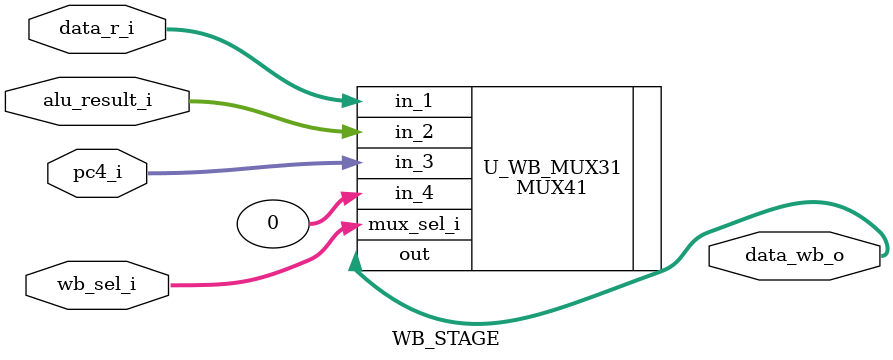
<source format=v>
`timescale 1ns / 1ps
module WB_STAGE(
    wb_sel_i,
    data_r_i,
    alu_result_i,
    pc4_i,
    data_wb_o
);
    input [1:0]         wb_sel_i;
    input [31:0]        data_r_i;
    input [31:0]        alu_result_i;
    input [31:0]        pc4_i;
    output [31:0]       data_wb_o;

    MUX41  U_WB_MUX31(
                        .mux_sel_i  ( wb_sel_i      ), 
                        .in_1       ( data_r_i      ), 
                        .in_2       ( alu_result_i  ), 
                        .in_3       ( pc4_i         ), 
                        .in_4       ( 32'b0         ),
                        .out        ( data_wb_o     )
                    ); 

endmodule

</source>
